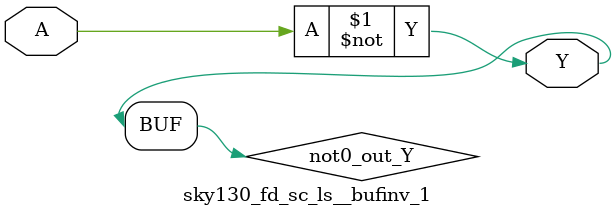
<source format=v>
module sky130_fd_sc_ls__bufinv_1 (
    Y,
    A
);
    output Y;
    input  A;
    wire not0_out_Y;
    not not0 (not0_out_Y, A              );
    buf buf0 (Y         , not0_out_Y     );
endmodule
</source>
